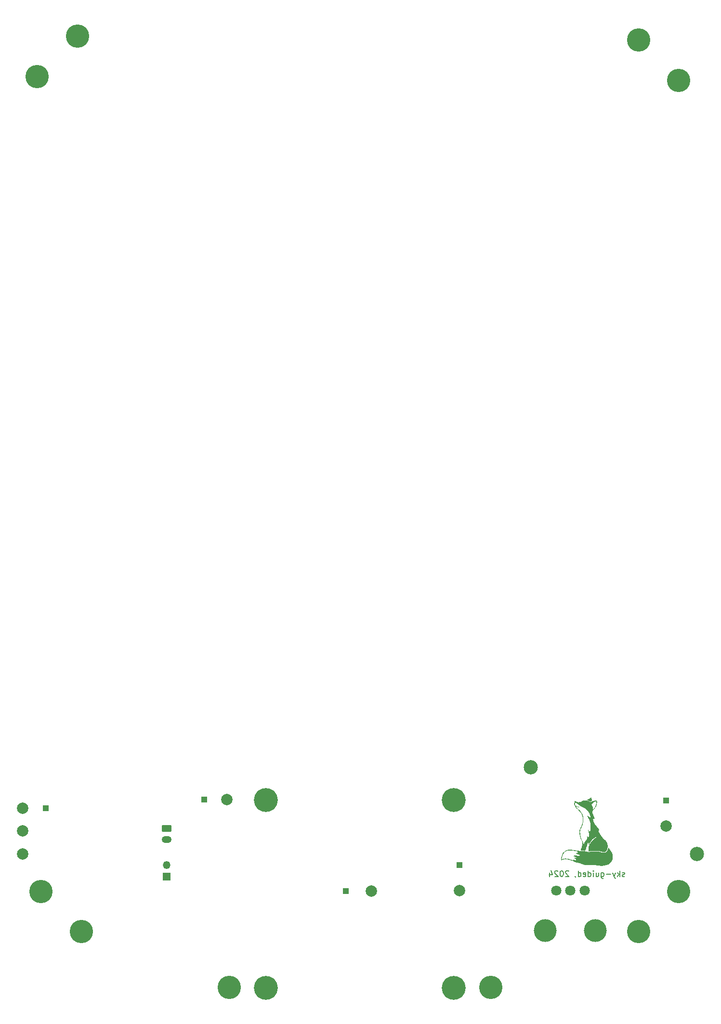
<source format=gbr>
%TF.GenerationSoftware,KiCad,Pcbnew,8.0.7*%
%TF.CreationDate,2025-01-02T06:30:13+11:00*%
%TF.ProjectId,plasma toroid unified,706c6173-6d61-4207-946f-726f69642075,v1.02*%
%TF.SameCoordinates,Original*%
%TF.FileFunction,Soldermask,Bot*%
%TF.FilePolarity,Negative*%
%FSLAX46Y46*%
G04 Gerber Fmt 4.6, Leading zero omitted, Abs format (unit mm)*
G04 Created by KiCad (PCBNEW 8.0.7) date 2025-01-02 06:30:13*
%MOMM*%
%LPD*%
G01*
G04 APERTURE LIST*
G04 Aperture macros list*
%AMRoundRect*
0 Rectangle with rounded corners*
0 $1 Rounding radius*
0 $2 $3 $4 $5 $6 $7 $8 $9 X,Y pos of 4 corners*
0 Add a 4 corners polygon primitive as box body*
4,1,4,$2,$3,$4,$5,$6,$7,$8,$9,$2,$3,0*
0 Add four circle primitives for the rounded corners*
1,1,$1+$1,$2,$3*
1,1,$1+$1,$4,$5*
1,1,$1+$1,$6,$7*
1,1,$1+$1,$8,$9*
0 Add four rect primitives between the rounded corners*
20,1,$1+$1,$2,$3,$4,$5,0*
20,1,$1+$1,$4,$5,$6,$7,0*
20,1,$1+$1,$6,$7,$8,$9,0*
20,1,$1+$1,$8,$9,$2,$3,0*%
G04 Aperture macros list end*
%ADD10C,0.200000*%
%ADD11C,0.000000*%
%ADD12C,0.700000*%
%ADD13C,4.100000*%
%ADD14C,2.000000*%
%ADD15R,1.000000X1.000000*%
%ADD16C,2.500000*%
%ADD17C,4.000000*%
%ADD18C,1.800000*%
%ADD19R,1.350000X1.350000*%
%ADD20O,1.350000X1.350000*%
%ADD21RoundRect,0.250000X-0.625000X0.350000X-0.625000X-0.350000X0.625000X-0.350000X0.625000X0.350000X0*%
%ADD22O,1.750000X1.200000*%
%ADD23C,4.200000*%
G04 APERTURE END LIST*
D10*
X246515838Y-210940254D02*
X246420600Y-210987873D01*
X246420600Y-210987873D02*
X246230124Y-210987873D01*
X246230124Y-210987873D02*
X246134886Y-210940254D01*
X246134886Y-210940254D02*
X246087267Y-210845015D01*
X246087267Y-210845015D02*
X246087267Y-210797396D01*
X246087267Y-210797396D02*
X246134886Y-210702158D01*
X246134886Y-210702158D02*
X246230124Y-210654539D01*
X246230124Y-210654539D02*
X246372981Y-210654539D01*
X246372981Y-210654539D02*
X246468219Y-210606920D01*
X246468219Y-210606920D02*
X246515838Y-210511682D01*
X246515838Y-210511682D02*
X246515838Y-210464063D01*
X246515838Y-210464063D02*
X246468219Y-210368825D01*
X246468219Y-210368825D02*
X246372981Y-210321206D01*
X246372981Y-210321206D02*
X246230124Y-210321206D01*
X246230124Y-210321206D02*
X246134886Y-210368825D01*
X245658695Y-210987873D02*
X245658695Y-209987873D01*
X245563457Y-210606920D02*
X245277743Y-210987873D01*
X245277743Y-210321206D02*
X245658695Y-210702158D01*
X244944409Y-210321206D02*
X244706314Y-210987873D01*
X244468219Y-210321206D02*
X244706314Y-210987873D01*
X244706314Y-210987873D02*
X244801552Y-211225968D01*
X244801552Y-211225968D02*
X244849171Y-211273587D01*
X244849171Y-211273587D02*
X244944409Y-211321206D01*
X244087266Y-210606920D02*
X243325362Y-210606920D01*
X242420600Y-210321206D02*
X242420600Y-211130730D01*
X242420600Y-211130730D02*
X242468219Y-211225968D01*
X242468219Y-211225968D02*
X242515838Y-211273587D01*
X242515838Y-211273587D02*
X242611076Y-211321206D01*
X242611076Y-211321206D02*
X242753933Y-211321206D01*
X242753933Y-211321206D02*
X242849171Y-211273587D01*
X242420600Y-210940254D02*
X242515838Y-210987873D01*
X242515838Y-210987873D02*
X242706314Y-210987873D01*
X242706314Y-210987873D02*
X242801552Y-210940254D01*
X242801552Y-210940254D02*
X242849171Y-210892634D01*
X242849171Y-210892634D02*
X242896790Y-210797396D01*
X242896790Y-210797396D02*
X242896790Y-210511682D01*
X242896790Y-210511682D02*
X242849171Y-210416444D01*
X242849171Y-210416444D02*
X242801552Y-210368825D01*
X242801552Y-210368825D02*
X242706314Y-210321206D01*
X242706314Y-210321206D02*
X242515838Y-210321206D01*
X242515838Y-210321206D02*
X242420600Y-210368825D01*
X241515838Y-210321206D02*
X241515838Y-210987873D01*
X241944409Y-210321206D02*
X241944409Y-210845015D01*
X241944409Y-210845015D02*
X241896790Y-210940254D01*
X241896790Y-210940254D02*
X241801552Y-210987873D01*
X241801552Y-210987873D02*
X241658695Y-210987873D01*
X241658695Y-210987873D02*
X241563457Y-210940254D01*
X241563457Y-210940254D02*
X241515838Y-210892634D01*
X241039647Y-210987873D02*
X241039647Y-210321206D01*
X241039647Y-209987873D02*
X241087266Y-210035492D01*
X241087266Y-210035492D02*
X241039647Y-210083111D01*
X241039647Y-210083111D02*
X240992028Y-210035492D01*
X240992028Y-210035492D02*
X241039647Y-209987873D01*
X241039647Y-209987873D02*
X241039647Y-210083111D01*
X240134886Y-210987873D02*
X240134886Y-209987873D01*
X240134886Y-210940254D02*
X240230124Y-210987873D01*
X240230124Y-210987873D02*
X240420600Y-210987873D01*
X240420600Y-210987873D02*
X240515838Y-210940254D01*
X240515838Y-210940254D02*
X240563457Y-210892634D01*
X240563457Y-210892634D02*
X240611076Y-210797396D01*
X240611076Y-210797396D02*
X240611076Y-210511682D01*
X240611076Y-210511682D02*
X240563457Y-210416444D01*
X240563457Y-210416444D02*
X240515838Y-210368825D01*
X240515838Y-210368825D02*
X240420600Y-210321206D01*
X240420600Y-210321206D02*
X240230124Y-210321206D01*
X240230124Y-210321206D02*
X240134886Y-210368825D01*
X239277743Y-210940254D02*
X239372981Y-210987873D01*
X239372981Y-210987873D02*
X239563457Y-210987873D01*
X239563457Y-210987873D02*
X239658695Y-210940254D01*
X239658695Y-210940254D02*
X239706314Y-210845015D01*
X239706314Y-210845015D02*
X239706314Y-210464063D01*
X239706314Y-210464063D02*
X239658695Y-210368825D01*
X239658695Y-210368825D02*
X239563457Y-210321206D01*
X239563457Y-210321206D02*
X239372981Y-210321206D01*
X239372981Y-210321206D02*
X239277743Y-210368825D01*
X239277743Y-210368825D02*
X239230124Y-210464063D01*
X239230124Y-210464063D02*
X239230124Y-210559301D01*
X239230124Y-210559301D02*
X239706314Y-210654539D01*
X238372981Y-210987873D02*
X238372981Y-209987873D01*
X238372981Y-210940254D02*
X238468219Y-210987873D01*
X238468219Y-210987873D02*
X238658695Y-210987873D01*
X238658695Y-210987873D02*
X238753933Y-210940254D01*
X238753933Y-210940254D02*
X238801552Y-210892634D01*
X238801552Y-210892634D02*
X238849171Y-210797396D01*
X238849171Y-210797396D02*
X238849171Y-210511682D01*
X238849171Y-210511682D02*
X238801552Y-210416444D01*
X238801552Y-210416444D02*
X238753933Y-210368825D01*
X238753933Y-210368825D02*
X238658695Y-210321206D01*
X238658695Y-210321206D02*
X238468219Y-210321206D01*
X238468219Y-210321206D02*
X238372981Y-210368825D01*
X237849171Y-210940254D02*
X237849171Y-210987873D01*
X237849171Y-210987873D02*
X237896790Y-211083111D01*
X237896790Y-211083111D02*
X237944409Y-211130730D01*
X236706314Y-210083111D02*
X236658695Y-210035492D01*
X236658695Y-210035492D02*
X236563457Y-209987873D01*
X236563457Y-209987873D02*
X236325362Y-209987873D01*
X236325362Y-209987873D02*
X236230124Y-210035492D01*
X236230124Y-210035492D02*
X236182505Y-210083111D01*
X236182505Y-210083111D02*
X236134886Y-210178349D01*
X236134886Y-210178349D02*
X236134886Y-210273587D01*
X236134886Y-210273587D02*
X236182505Y-210416444D01*
X236182505Y-210416444D02*
X236753933Y-210987873D01*
X236753933Y-210987873D02*
X236134886Y-210987873D01*
X235515838Y-209987873D02*
X235420600Y-209987873D01*
X235420600Y-209987873D02*
X235325362Y-210035492D01*
X235325362Y-210035492D02*
X235277743Y-210083111D01*
X235277743Y-210083111D02*
X235230124Y-210178349D01*
X235230124Y-210178349D02*
X235182505Y-210368825D01*
X235182505Y-210368825D02*
X235182505Y-210606920D01*
X235182505Y-210606920D02*
X235230124Y-210797396D01*
X235230124Y-210797396D02*
X235277743Y-210892634D01*
X235277743Y-210892634D02*
X235325362Y-210940254D01*
X235325362Y-210940254D02*
X235420600Y-210987873D01*
X235420600Y-210987873D02*
X235515838Y-210987873D01*
X235515838Y-210987873D02*
X235611076Y-210940254D01*
X235611076Y-210940254D02*
X235658695Y-210892634D01*
X235658695Y-210892634D02*
X235706314Y-210797396D01*
X235706314Y-210797396D02*
X235753933Y-210606920D01*
X235753933Y-210606920D02*
X235753933Y-210368825D01*
X235753933Y-210368825D02*
X235706314Y-210178349D01*
X235706314Y-210178349D02*
X235658695Y-210083111D01*
X235658695Y-210083111D02*
X235611076Y-210035492D01*
X235611076Y-210035492D02*
X235515838Y-209987873D01*
X234801552Y-210083111D02*
X234753933Y-210035492D01*
X234753933Y-210035492D02*
X234658695Y-209987873D01*
X234658695Y-209987873D02*
X234420600Y-209987873D01*
X234420600Y-209987873D02*
X234325362Y-210035492D01*
X234325362Y-210035492D02*
X234277743Y-210083111D01*
X234277743Y-210083111D02*
X234230124Y-210178349D01*
X234230124Y-210178349D02*
X234230124Y-210273587D01*
X234230124Y-210273587D02*
X234277743Y-210416444D01*
X234277743Y-210416444D02*
X234849171Y-210987873D01*
X234849171Y-210987873D02*
X234230124Y-210987873D01*
X233372981Y-210321206D02*
X233372981Y-210987873D01*
X233611076Y-209940254D02*
X233849171Y-210654539D01*
X233849171Y-210654539D02*
X233230124Y-210654539D01*
D11*
%TO.C,G\u002A\u002A\u002A*%
G36*
X240641793Y-197120992D02*
G01*
X240653587Y-197130208D01*
X240658519Y-197136682D01*
X240668716Y-197154266D01*
X240680909Y-197179078D01*
X240694471Y-197209574D01*
X240708770Y-197244208D01*
X240723177Y-197281435D01*
X240737063Y-197319709D01*
X240749798Y-197357486D01*
X240760752Y-197393219D01*
X240770467Y-197428899D01*
X240781600Y-197474821D01*
X240791584Y-197521436D01*
X240800037Y-197566668D01*
X240806577Y-197608439D01*
X240810820Y-197644672D01*
X240812383Y-197673290D01*
X240812476Y-197696734D01*
X240765467Y-197713473D01*
X240761233Y-197715006D01*
X240729032Y-197727933D01*
X240692479Y-197744356D01*
X240654355Y-197762883D01*
X240617442Y-197782121D01*
X240584522Y-197800678D01*
X240558374Y-197817162D01*
X240554221Y-197820008D01*
X240539291Y-197830149D01*
X240528528Y-197837323D01*
X240524030Y-197840126D01*
X240523502Y-197839930D01*
X240516655Y-197836167D01*
X240503221Y-197828346D01*
X240484813Y-197817415D01*
X240463045Y-197804320D01*
X240423822Y-197781390D01*
X240316931Y-197726142D01*
X240202470Y-197676809D01*
X240081133Y-197633672D01*
X239953612Y-197597015D01*
X239941003Y-197593729D01*
X239916592Y-197586984D01*
X239896711Y-197580969D01*
X239883144Y-197576242D01*
X239877672Y-197573357D01*
X239879520Y-197568687D01*
X239888299Y-197558923D01*
X239902874Y-197545528D01*
X239921875Y-197529642D01*
X239943931Y-197512406D01*
X239967672Y-197494961D01*
X239991728Y-197478447D01*
X239994591Y-197476607D01*
X240011429Y-197466632D01*
X240035798Y-197453064D01*
X240066410Y-197436580D01*
X240101975Y-197417862D01*
X240141205Y-197397590D01*
X240182810Y-197376443D01*
X240225501Y-197355103D01*
X240258811Y-197338515D01*
X240317674Y-197308672D01*
X240368818Y-197281891D01*
X240413315Y-197257539D01*
X240452237Y-197234985D01*
X240486657Y-197213598D01*
X240517645Y-197192746D01*
X240546276Y-197171799D01*
X240573620Y-197150125D01*
X240593093Y-197135064D01*
X240612851Y-197123095D01*
X240628649Y-197118514D01*
X240641793Y-197120992D01*
G37*
G36*
X244438823Y-207248895D02*
G01*
X244452288Y-207338741D01*
X244452428Y-207339805D01*
X244454587Y-207362870D01*
X244456333Y-207394684D01*
X244457620Y-207433917D01*
X244458404Y-207479238D01*
X244458642Y-207529318D01*
X244458611Y-207547188D01*
X244458370Y-207589045D01*
X244457815Y-207623396D01*
X244456841Y-207652180D01*
X244455344Y-207677334D01*
X244453218Y-207700795D01*
X244450358Y-207724500D01*
X244446660Y-207750386D01*
X244445189Y-207759983D01*
X244421084Y-207883588D01*
X244388160Y-208002358D01*
X244346495Y-208116138D01*
X244296167Y-208224777D01*
X244237254Y-208328121D01*
X244169834Y-208426018D01*
X244093986Y-208518315D01*
X244009787Y-208604859D01*
X243949535Y-208658992D01*
X243849945Y-208737305D01*
X243743161Y-208808547D01*
X243629283Y-208872678D01*
X243508412Y-208929661D01*
X243380651Y-208979459D01*
X243246099Y-209022033D01*
X243104858Y-209057344D01*
X242957028Y-209085356D01*
X242802711Y-209106031D01*
X242642008Y-209119329D01*
X242630510Y-209119708D01*
X242609608Y-209120006D01*
X242581234Y-209120187D01*
X242546784Y-209120250D01*
X242507655Y-209120191D01*
X242465241Y-209120008D01*
X242420939Y-209119699D01*
X242373936Y-209119158D01*
X242290909Y-209117306D01*
X242213122Y-209114201D01*
X242138421Y-209109652D01*
X242064655Y-209103467D01*
X241989670Y-209095452D01*
X241911316Y-209085417D01*
X241827440Y-209073168D01*
X241735889Y-209058513D01*
X241617919Y-209039679D01*
X241504648Y-209023208D01*
X241396282Y-209009294D01*
X241290397Y-208997697D01*
X241184570Y-208988175D01*
X241076379Y-208980488D01*
X240963399Y-208974393D01*
X240843208Y-208969649D01*
X240792401Y-208968282D01*
X240698899Y-208967179D01*
X240600499Y-208967607D01*
X240500198Y-208969502D01*
X240400996Y-208972798D01*
X240305890Y-208977429D01*
X240217878Y-208983330D01*
X240174643Y-208986326D01*
X240120065Y-208989260D01*
X240062630Y-208991575D01*
X240004194Y-208993239D01*
X239946612Y-208994224D01*
X239891738Y-208994499D01*
X239841429Y-208994032D01*
X239797539Y-208992796D01*
X239761924Y-208990758D01*
X239701116Y-208985085D01*
X239552793Y-208964117D01*
X239405734Y-208933237D01*
X239260437Y-208892611D01*
X239117400Y-208842407D01*
X238977121Y-208782793D01*
X238840097Y-208713937D01*
X238706828Y-208636005D01*
X238661945Y-208607817D01*
X238498465Y-208607070D01*
X238448453Y-208606719D01*
X238403985Y-208606020D01*
X238366112Y-208604823D01*
X238333003Y-208602963D01*
X238302831Y-208600276D01*
X238273764Y-208596596D01*
X238243973Y-208591758D01*
X238211629Y-208585600D01*
X238174901Y-208577955D01*
X238128960Y-208566631D01*
X238072365Y-208549551D01*
X238012689Y-208528702D01*
X237952755Y-208505078D01*
X237895389Y-208479670D01*
X237839111Y-208453415D01*
X237689034Y-208385836D01*
X237540554Y-208322476D01*
X237394305Y-208263547D01*
X237250925Y-208209260D01*
X237111047Y-208159826D01*
X236975309Y-208115456D01*
X236844344Y-208076362D01*
X236718790Y-208042752D01*
X236599281Y-208014840D01*
X236486454Y-207992836D01*
X236380943Y-207976951D01*
X236281219Y-207966301D01*
X236164730Y-207959233D01*
X236054756Y-207958981D01*
X235950622Y-207965672D01*
X235851651Y-207979431D01*
X235757165Y-208000387D01*
X235666489Y-208028665D01*
X235578945Y-208064392D01*
X235493858Y-208107696D01*
X235410550Y-208158702D01*
X235390336Y-208172010D01*
X235368819Y-208185879D01*
X235351536Y-208196681D01*
X235339887Y-208203547D01*
X235335268Y-208205605D01*
X235334941Y-208202583D01*
X235335379Y-208190588D01*
X235336763Y-208170747D01*
X235338967Y-208144380D01*
X235341864Y-208112810D01*
X235345328Y-208077358D01*
X235349231Y-208039347D01*
X235353449Y-208000099D01*
X235356756Y-207970691D01*
X235476949Y-207970691D01*
X235477359Y-207976707D01*
X235482715Y-207976263D01*
X235494545Y-207972014D01*
X235510131Y-207964847D01*
X235561462Y-207941370D01*
X235635672Y-207913623D01*
X235716732Y-207889490D01*
X235802985Y-207869453D01*
X235892774Y-207853992D01*
X235916848Y-207851183D01*
X235953736Y-207848252D01*
X235996880Y-207845905D01*
X236044139Y-207844186D01*
X236093371Y-207843137D01*
X236142436Y-207842801D01*
X236189194Y-207843221D01*
X236231502Y-207844439D01*
X236267222Y-207846499D01*
X236329901Y-207852277D01*
X236464185Y-207869937D01*
X236604514Y-207895227D01*
X236750540Y-207928058D01*
X236901914Y-207968340D01*
X237058289Y-208015984D01*
X237219315Y-208070900D01*
X237384645Y-208133001D01*
X237393091Y-208136315D01*
X237420767Y-208147193D01*
X237446757Y-208157430D01*
X237468468Y-208166003D01*
X237483307Y-208171891D01*
X237489460Y-208174376D01*
X237499572Y-208178360D01*
X237504921Y-208179538D01*
X237505203Y-208176871D01*
X237500114Y-208169324D01*
X237489349Y-208155861D01*
X237472605Y-208135445D01*
X237472087Y-208134811D01*
X237458238Y-208117323D01*
X237442763Y-208096945D01*
X237426772Y-208075246D01*
X237411376Y-208053795D01*
X237397688Y-208034160D01*
X237386816Y-208017911D01*
X237379874Y-208006616D01*
X237377972Y-208001843D01*
X237379734Y-208001892D01*
X237389464Y-208004343D01*
X237406147Y-208009420D01*
X237428081Y-208016595D01*
X237453564Y-208025340D01*
X237494321Y-208038997D01*
X237551055Y-208056237D01*
X237607792Y-208071645D01*
X237661461Y-208084401D01*
X237708990Y-208093682D01*
X237723785Y-208095994D01*
X237787012Y-208102693D01*
X237853219Y-208105156D01*
X237919326Y-208103441D01*
X237982254Y-208097603D01*
X238038922Y-208087698D01*
X238044222Y-208086485D01*
X238059891Y-208082502D01*
X238067830Y-208079116D01*
X238069832Y-208075202D01*
X238067686Y-208069635D01*
X238066648Y-208067916D01*
X238058100Y-208057103D01*
X238043690Y-208041244D01*
X238024821Y-208021701D01*
X238002895Y-207999837D01*
X237979316Y-207977013D01*
X237955485Y-207954592D01*
X237932805Y-207933936D01*
X237912679Y-207916407D01*
X237896509Y-207903369D01*
X237889175Y-207897916D01*
X237863626Y-207879660D01*
X237836533Y-207861163D01*
X237812655Y-207845698D01*
X237794573Y-207835029D01*
X237767738Y-207820326D01*
X237737358Y-207804535D01*
X237705906Y-207788884D01*
X237675855Y-207774598D01*
X237649679Y-207762905D01*
X237629853Y-207755032D01*
X237625859Y-207753542D01*
X237615109Y-207748390D01*
X237610795Y-207744356D01*
X237614069Y-207740536D01*
X237624793Y-207733715D01*
X237640764Y-207725397D01*
X237659685Y-207716692D01*
X237679259Y-207708711D01*
X237697190Y-207702567D01*
X237719844Y-207696784D01*
X237769973Y-207689113D01*
X237825067Y-207686575D01*
X237882491Y-207689356D01*
X237909917Y-207692441D01*
X237957702Y-207699549D01*
X238006790Y-207708672D01*
X238053359Y-207719074D01*
X238093588Y-207730018D01*
X238110777Y-207735017D01*
X238125359Y-207738744D01*
X238133477Y-207740183D01*
X238134020Y-207740122D01*
X238133960Y-207736050D01*
X238127649Y-207726456D01*
X238116171Y-207712532D01*
X238100607Y-207695472D01*
X238082041Y-207676468D01*
X238061553Y-207656713D01*
X238040227Y-207637401D01*
X238006390Y-207609308D01*
X237929756Y-207554997D01*
X237846700Y-207507659D01*
X237758338Y-207467828D01*
X237665780Y-207436034D01*
X237570139Y-207412810D01*
X237542841Y-207407595D01*
X237523773Y-207403733D01*
X237512737Y-207400573D01*
X237508785Y-207397317D01*
X237510970Y-207393167D01*
X237518345Y-207387326D01*
X237529962Y-207378996D01*
X237534151Y-207375998D01*
X237562897Y-207357920D01*
X237597253Y-207339485D01*
X237633794Y-207322321D01*
X237669095Y-207308054D01*
X237699731Y-207298313D01*
X237745021Y-207288494D01*
X237817786Y-207279684D01*
X237893882Y-207278806D01*
X237974013Y-207285901D01*
X238058885Y-207301008D01*
X238149200Y-207324168D01*
X238213916Y-207341818D01*
X238275600Y-207355689D01*
X238330518Y-207364516D01*
X238379664Y-207368418D01*
X238424030Y-207367512D01*
X238464610Y-207361919D01*
X238482275Y-207357814D01*
X238528395Y-207341506D01*
X238568525Y-207318685D01*
X238601240Y-207290098D01*
X238609475Y-207280642D01*
X238622759Y-207263771D01*
X238634925Y-207246623D01*
X238644638Y-207231230D01*
X238650564Y-207219623D01*
X238651366Y-207213833D01*
X238649492Y-207213018D01*
X238639423Y-207209775D01*
X238622230Y-207204687D01*
X238599650Y-207198262D01*
X238573417Y-207191010D01*
X238558584Y-207186916D01*
X238487004Y-207165902D01*
X238415293Y-207142892D01*
X238345142Y-207118516D01*
X238278238Y-207093402D01*
X238216273Y-207068180D01*
X238160936Y-207043478D01*
X238113917Y-207019927D01*
X238111988Y-207018886D01*
X238085956Y-207004358D01*
X238060044Y-206989112D01*
X238035710Y-206974095D01*
X238014413Y-206960253D01*
X237997612Y-206948532D01*
X237986765Y-206939877D01*
X237983332Y-206935236D01*
X237983423Y-206934995D01*
X237989767Y-206928907D01*
X238003767Y-206920175D01*
X238023647Y-206909650D01*
X238047634Y-206898181D01*
X238073953Y-206886619D01*
X238100830Y-206875815D01*
X238126490Y-206866620D01*
X238173696Y-206851974D01*
X238229352Y-206837576D01*
X238286696Y-206826084D01*
X238348527Y-206816950D01*
X238417646Y-206809626D01*
X238485060Y-206803587D01*
X238469470Y-206794106D01*
X238455972Y-206786337D01*
X238430052Y-206772661D01*
X238400017Y-206757820D01*
X238369064Y-206743339D01*
X238340391Y-206730742D01*
X238317198Y-206721552D01*
X238292552Y-206713304D01*
X238253979Y-206702192D01*
X238214043Y-206692411D01*
X238176327Y-206684818D01*
X238144415Y-206680270D01*
X238142662Y-206680092D01*
X238126033Y-206677803D01*
X238114877Y-206675179D01*
X238111525Y-206672753D01*
X238113320Y-206671478D01*
X238123378Y-206667059D01*
X238140759Y-206660540D01*
X238163860Y-206652453D01*
X238191081Y-206643331D01*
X238220821Y-206633704D01*
X238251477Y-206624105D01*
X238281450Y-206615065D01*
X238309138Y-206607117D01*
X238329184Y-206601479D01*
X238347907Y-206596058D01*
X238360864Y-206592126D01*
X238366035Y-206590278D01*
X238362450Y-206589339D01*
X238350289Y-206587314D01*
X238331040Y-206584469D01*
X238306267Y-206581034D01*
X238277536Y-206577242D01*
X238264693Y-206575535D01*
X238236985Y-206571694D01*
X238201295Y-206566610D01*
X238158887Y-206560471D01*
X238111025Y-206553460D01*
X238058972Y-206545763D01*
X238003992Y-206537567D01*
X237947349Y-206529056D01*
X237890307Y-206520416D01*
X237803403Y-206507260D01*
X237709627Y-206493250D01*
X237624363Y-206480759D01*
X237546795Y-206469694D01*
X237476106Y-206459962D01*
X237411480Y-206451471D01*
X237352100Y-206444128D01*
X237297149Y-206437839D01*
X237245811Y-206432513D01*
X237197269Y-206428055D01*
X237150706Y-206424374D01*
X237105307Y-206421377D01*
X237060253Y-206418970D01*
X237014729Y-206417061D01*
X236967918Y-206415557D01*
X236923411Y-206414743D01*
X236811990Y-206416509D01*
X236703851Y-206423654D01*
X236600149Y-206436018D01*
X236502043Y-206453445D01*
X236410691Y-206475777D01*
X236327251Y-206502856D01*
X236253676Y-206533247D01*
X236162246Y-206580210D01*
X236076445Y-206635087D01*
X235997011Y-206697393D01*
X235924684Y-206766644D01*
X235896110Y-206798084D01*
X235833288Y-206876522D01*
X235775349Y-206962699D01*
X235722195Y-207056833D01*
X235673729Y-207159139D01*
X235629853Y-207269835D01*
X235590470Y-207389136D01*
X235555482Y-207517261D01*
X235524791Y-207654424D01*
X235523020Y-207663358D01*
X235517357Y-207693605D01*
X235511386Y-207727641D01*
X235505312Y-207764087D01*
X235499337Y-207801561D01*
X235493664Y-207838683D01*
X235488497Y-207874073D01*
X235484039Y-207906349D01*
X235480492Y-207934131D01*
X235478062Y-207956038D01*
X235476949Y-207970691D01*
X235356756Y-207970691D01*
X235357853Y-207960934D01*
X235362317Y-207923175D01*
X235374163Y-207833488D01*
X235399635Y-207677549D01*
X235430258Y-207530318D01*
X235466055Y-207391746D01*
X235507050Y-207261784D01*
X235553265Y-207140384D01*
X235604724Y-207027497D01*
X235661449Y-206923075D01*
X235723463Y-206827070D01*
X235790790Y-206739431D01*
X235863453Y-206660112D01*
X235941474Y-206589063D01*
X236024877Y-206526235D01*
X236091014Y-206484326D01*
X236179642Y-206437304D01*
X236273619Y-206397261D01*
X236373314Y-206364109D01*
X236479095Y-206337759D01*
X236591332Y-206318121D01*
X236710392Y-206305108D01*
X236836645Y-206298630D01*
X236970459Y-206298599D01*
X236992488Y-206299147D01*
X237041164Y-206300700D01*
X237088864Y-206302760D01*
X237136433Y-206305424D01*
X237184716Y-206308785D01*
X237234559Y-206312937D01*
X237286808Y-206317975D01*
X237342307Y-206323994D01*
X237401902Y-206331086D01*
X237466440Y-206339347D01*
X237536764Y-206348871D01*
X237613722Y-206359753D01*
X237698158Y-206372085D01*
X237790919Y-206385964D01*
X237892848Y-206401483D01*
X237978119Y-206414510D01*
X238074357Y-206429067D01*
X238161950Y-206442113D01*
X238241657Y-206453733D01*
X238314241Y-206464009D01*
X238380463Y-206473025D01*
X238441084Y-206480866D01*
X238496865Y-206487614D01*
X238548567Y-206493354D01*
X238596953Y-206498170D01*
X238642782Y-206502145D01*
X238686817Y-206505363D01*
X238729818Y-206507907D01*
X238772547Y-206509862D01*
X238815765Y-206511311D01*
X238860234Y-206512338D01*
X238906714Y-206513027D01*
X238909087Y-206513054D01*
X238952599Y-206513641D01*
X238996879Y-206514381D01*
X239039739Y-206515227D01*
X239078995Y-206516132D01*
X239112459Y-206517050D01*
X239137946Y-206517936D01*
X239216879Y-206522135D01*
X239358997Y-206534369D01*
X239505264Y-206552859D01*
X239656353Y-206577722D01*
X239812939Y-206609074D01*
X239975697Y-206647030D01*
X240145301Y-206691708D01*
X240150782Y-206693208D01*
X240164231Y-206696403D01*
X240176168Y-206697839D01*
X240189471Y-206697508D01*
X240207020Y-206695405D01*
X240231696Y-206691525D01*
X240369440Y-206670228D01*
X240537876Y-206647807D01*
X240699664Y-206630553D01*
X240855932Y-206618382D01*
X241007807Y-206611209D01*
X241156418Y-206608952D01*
X241302892Y-206611524D01*
X241341237Y-206612810D01*
X241389407Y-206614385D01*
X241438295Y-206615945D01*
X241485182Y-206617405D01*
X241527348Y-206618678D01*
X241562076Y-206619680D01*
X241685385Y-206624570D01*
X241855730Y-206636591D01*
X242021340Y-206654850D01*
X242184399Y-206679695D01*
X242347093Y-206711473D01*
X242511606Y-206750530D01*
X242680123Y-206797214D01*
X242712405Y-206805933D01*
X242791661Y-206820376D01*
X242870021Y-206824857D01*
X242947117Y-206819516D01*
X243022578Y-206804491D01*
X243096034Y-206779922D01*
X243167115Y-206745948D01*
X243235453Y-206702708D01*
X243300676Y-206650341D01*
X243362414Y-206588987D01*
X243420299Y-206518784D01*
X243433694Y-206500334D01*
X243477172Y-206432380D01*
X243517153Y-206357549D01*
X243552831Y-206277955D01*
X243583396Y-206195710D01*
X243608039Y-206112927D01*
X243625953Y-206031718D01*
X243636329Y-205954198D01*
X243636833Y-205948568D01*
X243639288Y-205929530D01*
X243642320Y-205919311D01*
X243646220Y-205916817D01*
X243649860Y-205918719D01*
X243660793Y-205927029D01*
X243677076Y-205940923D01*
X243697627Y-205959372D01*
X243721361Y-205981345D01*
X243747195Y-206005813D01*
X243774046Y-206031745D01*
X243800831Y-206058111D01*
X243826465Y-206083881D01*
X243849864Y-206108025D01*
X243869947Y-206129512D01*
X243948719Y-206219640D01*
X244043273Y-206339516D01*
X244128124Y-206461645D01*
X244203449Y-206586327D01*
X244269428Y-206713860D01*
X244326239Y-206844545D01*
X244374058Y-206978683D01*
X244384472Y-207012338D01*
X244405512Y-207088440D01*
X244423430Y-207166377D01*
X244432282Y-207213833D01*
X244438823Y-207248895D01*
G37*
G36*
X241673174Y-197808231D02*
G01*
X241675129Y-197846324D01*
X241676358Y-197890114D01*
X241676859Y-197936961D01*
X241676632Y-197984227D01*
X241675675Y-198029273D01*
X241673987Y-198069459D01*
X241671567Y-198102147D01*
X241667178Y-198141414D01*
X241646585Y-198266154D01*
X241616116Y-198388524D01*
X241575786Y-198508487D01*
X241525611Y-198626008D01*
X241465606Y-198741049D01*
X241395786Y-198853574D01*
X241316166Y-198963547D01*
X241312601Y-198968121D01*
X241292943Y-198992936D01*
X241273652Y-199016440D01*
X241253638Y-199039836D01*
X241231812Y-199064327D01*
X241207085Y-199091118D01*
X241178367Y-199121412D01*
X241144568Y-199156413D01*
X241104601Y-199197325D01*
X241066124Y-199237103D01*
X241029111Y-199277004D01*
X240998273Y-199312612D01*
X240972781Y-199345149D01*
X240951808Y-199375838D01*
X240934524Y-199405902D01*
X240920103Y-199436564D01*
X240907716Y-199469046D01*
X240896535Y-199504571D01*
X240885316Y-199552098D01*
X240877203Y-199621129D01*
X240877567Y-199694670D01*
X240886427Y-199772967D01*
X240903802Y-199856266D01*
X240929710Y-199944813D01*
X240937825Y-199968957D01*
X240946055Y-199992466D01*
X240954772Y-200016195D01*
X240964437Y-200041275D01*
X240975513Y-200068835D01*
X240988463Y-200100006D01*
X241003749Y-200135918D01*
X241021833Y-200177702D01*
X241043178Y-200226487D01*
X241068247Y-200283405D01*
X241081670Y-200313900D01*
X241111758Y-200383043D01*
X241137917Y-200444533D01*
X241160529Y-200499421D01*
X241179978Y-200548757D01*
X241196645Y-200593592D01*
X241210914Y-200634975D01*
X241223168Y-200673959D01*
X241233787Y-200711592D01*
X241243156Y-200748925D01*
X241251657Y-200787010D01*
X241255385Y-200804442D01*
X241260820Y-200830258D01*
X241263572Y-200847752D01*
X241262945Y-200858043D01*
X241258239Y-200862249D01*
X241248759Y-200861490D01*
X241233808Y-200856886D01*
X241212686Y-200849555D01*
X241196552Y-200844407D01*
X241153238Y-200834241D01*
X241114044Y-200830525D01*
X241080171Y-200833311D01*
X241052821Y-200842649D01*
X241030873Y-200859888D01*
X241013952Y-200885286D01*
X241002594Y-200917876D01*
X240997089Y-200956820D01*
X240997729Y-201001282D01*
X240998732Y-201012224D01*
X241006886Y-201068709D01*
X241020286Y-201131742D01*
X241038425Y-201199869D01*
X241060797Y-201271638D01*
X241086894Y-201345597D01*
X241116211Y-201420293D01*
X241148242Y-201494274D01*
X241182480Y-201566087D01*
X241218418Y-201634280D01*
X241232044Y-201658507D01*
X241261366Y-201708601D01*
X241291866Y-201757781D01*
X241324213Y-201806946D01*
X241359075Y-201856995D01*
X241397122Y-201908828D01*
X241439021Y-201963343D01*
X241485441Y-202021441D01*
X241537051Y-202084019D01*
X241594519Y-202151978D01*
X241658514Y-202226216D01*
X241688325Y-202260639D01*
X241745922Y-202327911D01*
X241797319Y-202389172D01*
X241843133Y-202445271D01*
X241883981Y-202497057D01*
X241920478Y-202545379D01*
X241953241Y-202591086D01*
X241982887Y-202635025D01*
X242010032Y-202678046D01*
X242035292Y-202720997D01*
X242059284Y-202764728D01*
X242082625Y-202810086D01*
X242089134Y-202823071D01*
X242103321Y-202851373D01*
X242113217Y-202872026D01*
X242118814Y-202886168D01*
X242120105Y-202894934D01*
X242117084Y-202899464D01*
X242109743Y-202900894D01*
X242098076Y-202900362D01*
X242082074Y-202899005D01*
X242048824Y-202898028D01*
X242010729Y-202902112D01*
X241980431Y-202912282D01*
X241958084Y-202928418D01*
X241943838Y-202950398D01*
X241937847Y-202978103D01*
X241940261Y-203011412D01*
X241940572Y-203013052D01*
X241949270Y-203045859D01*
X241963303Y-203083985D01*
X241981672Y-203124979D01*
X242003380Y-203166393D01*
X242009748Y-203177163D01*
X242021703Y-203196605D01*
X242038114Y-203222834D01*
X242058392Y-203254936D01*
X242081948Y-203291996D01*
X242108194Y-203333101D01*
X242136541Y-203377335D01*
X242166400Y-203423785D01*
X242197183Y-203471535D01*
X242228300Y-203519672D01*
X242259163Y-203567281D01*
X242289183Y-203613448D01*
X242317771Y-203657258D01*
X242344339Y-203697796D01*
X242368298Y-203734149D01*
X242389059Y-203765402D01*
X242402599Y-203785606D01*
X242475838Y-203892261D01*
X242546994Y-203991060D01*
X242586554Y-204043043D01*
X242617287Y-204083428D01*
X242687937Y-204170788D01*
X242760164Y-204254562D01*
X242835186Y-204336173D01*
X242914225Y-204417045D01*
X242998498Y-204498599D01*
X243089227Y-204582259D01*
X243127314Y-204617201D01*
X243176845Y-204664911D01*
X243220048Y-204709810D01*
X243258266Y-204753456D01*
X243292843Y-204797410D01*
X243325123Y-204843232D01*
X243356451Y-204892483D01*
X243376024Y-204925790D01*
X243425219Y-205021513D01*
X243467019Y-205122520D01*
X243501636Y-205229435D01*
X243529280Y-205342878D01*
X243550163Y-205463471D01*
X243552003Y-205478344D01*
X243555177Y-205515566D01*
X243557501Y-205559756D01*
X243558976Y-205608785D01*
X243559603Y-205660521D01*
X243559383Y-205712836D01*
X243558316Y-205763600D01*
X243556403Y-205810681D01*
X243553644Y-205851951D01*
X243550040Y-205885280D01*
X243532675Y-205988453D01*
X243506807Y-206099646D01*
X243474571Y-206203640D01*
X243436052Y-206300227D01*
X243391336Y-206389196D01*
X243340507Y-206470339D01*
X243283650Y-206543446D01*
X243278450Y-206549374D01*
X243225604Y-206602277D01*
X243168627Y-206646321D01*
X243106557Y-206682259D01*
X243093629Y-206688567D01*
X243067198Y-206700490D01*
X243043881Y-206709047D01*
X243019740Y-206715572D01*
X242990837Y-206721395D01*
X242966321Y-206725245D01*
X242929767Y-206728290D01*
X242893163Y-206727570D01*
X242854251Y-206722885D01*
X242810775Y-206714031D01*
X242760478Y-206700807D01*
X242619319Y-206663447D01*
X242454214Y-206626334D01*
X242282852Y-206594619D01*
X242104580Y-206568196D01*
X241918747Y-206546959D01*
X241724701Y-206530799D01*
X241657934Y-206526588D01*
X241466778Y-206518500D01*
X241270205Y-206515735D01*
X241070551Y-206518215D01*
X240870153Y-206525862D01*
X240671348Y-206538597D01*
X240476473Y-206556341D01*
X240287865Y-206579017D01*
X240259089Y-206582911D01*
X240232929Y-206586411D01*
X240211916Y-206589181D01*
X240197692Y-206591004D01*
X240191898Y-206591663D01*
X240191675Y-206591577D01*
X240189683Y-206585781D01*
X240187463Y-206572696D01*
X240185455Y-206554838D01*
X240184447Y-206543672D01*
X240182177Y-206518448D01*
X240179609Y-206489824D01*
X240177128Y-206462091D01*
X240174909Y-206428811D01*
X240173348Y-206387566D01*
X240172433Y-206340566D01*
X240172149Y-206290007D01*
X240172483Y-206238081D01*
X240173420Y-206186985D01*
X240174946Y-206138911D01*
X240177048Y-206096055D01*
X240179710Y-206060610D01*
X240182550Y-206032505D01*
X240203320Y-205885450D01*
X240233744Y-205741468D01*
X240273853Y-205600469D01*
X240323677Y-205462365D01*
X240383249Y-205327067D01*
X240452600Y-205194485D01*
X240531762Y-205064532D01*
X240581992Y-204990693D01*
X240674786Y-204867585D01*
X240777326Y-204746826D01*
X240889491Y-204628539D01*
X241011165Y-204512846D01*
X241142229Y-204399869D01*
X241282564Y-204289729D01*
X241305917Y-204272416D01*
X241346360Y-204243124D01*
X241390420Y-204211894D01*
X241436143Y-204180071D01*
X241481574Y-204148998D01*
X241524760Y-204120022D01*
X241563746Y-204094485D01*
X241596577Y-204073731D01*
X241605859Y-204067925D01*
X241620989Y-204057964D01*
X241631008Y-204050670D01*
X241634107Y-204047314D01*
X241629347Y-204047979D01*
X241616869Y-204051533D01*
X241598676Y-204057426D01*
X241576736Y-204065047D01*
X241464657Y-204108542D01*
X241331712Y-204169693D01*
X241204301Y-204239297D01*
X241082138Y-204317513D01*
X240964937Y-204404500D01*
X240939893Y-204425276D01*
X240905330Y-204455786D01*
X240867076Y-204491118D01*
X240826721Y-204529702D01*
X240785855Y-204569965D01*
X240746069Y-204610339D01*
X240708954Y-204649252D01*
X240676099Y-204685133D01*
X240649095Y-204716413D01*
X240593590Y-204785565D01*
X240515989Y-204889995D01*
X240441797Y-204999609D01*
X240370222Y-205115651D01*
X240300472Y-205239364D01*
X240231753Y-205371995D01*
X240190000Y-205455848D01*
X240185725Y-205371995D01*
X240185279Y-205363250D01*
X240180246Y-205264765D01*
X240175680Y-205175940D01*
X240171551Y-205096323D01*
X240167831Y-205025459D01*
X240164490Y-204962895D01*
X240161498Y-204908178D01*
X240158827Y-204860855D01*
X240156447Y-204820472D01*
X240154329Y-204786576D01*
X240152444Y-204758714D01*
X240150762Y-204736432D01*
X240149254Y-204719277D01*
X240147890Y-204706795D01*
X240146642Y-204698534D01*
X240145481Y-204694040D01*
X240144376Y-204692859D01*
X240143298Y-204694539D01*
X240142219Y-204698625D01*
X240139335Y-204712242D01*
X240134655Y-204734343D01*
X240128781Y-204762093D01*
X240122183Y-204793277D01*
X240115328Y-204825676D01*
X240110226Y-204849523D01*
X240080105Y-204981456D01*
X240045183Y-205121180D01*
X240005718Y-205267858D01*
X239961969Y-205420651D01*
X239914195Y-205578721D01*
X239862653Y-205741231D01*
X239807603Y-205907341D01*
X239749303Y-206076213D01*
X239688012Y-206247010D01*
X239623988Y-206418894D01*
X239618696Y-206433046D01*
X239609386Y-206458164D01*
X239601717Y-206476212D01*
X239594011Y-206488036D01*
X239584592Y-206494486D01*
X239571781Y-206496410D01*
X239553902Y-206494655D01*
X239529278Y-206490071D01*
X239496229Y-206483506D01*
X239467042Y-206478129D01*
X239392393Y-206466269D01*
X239317499Y-206456853D01*
X239247210Y-206450522D01*
X239193848Y-206446845D01*
X239192211Y-206416353D01*
X239192098Y-206413947D01*
X239192060Y-206389410D01*
X239193458Y-206356051D01*
X239196169Y-206314954D01*
X239200071Y-206267201D01*
X239205041Y-206213877D01*
X239210957Y-206156064D01*
X239217696Y-206094845D01*
X239225135Y-206031305D01*
X239233151Y-205966527D01*
X239241623Y-205901593D01*
X239250427Y-205837587D01*
X239259441Y-205775594D01*
X239268542Y-205716695D01*
X239277607Y-205661974D01*
X239281202Y-205640102D01*
X239284026Y-205620760D01*
X239285579Y-205607307D01*
X239285591Y-205601799D01*
X239284925Y-205602091D01*
X239281603Y-205608959D01*
X239276357Y-205623237D01*
X239269730Y-205643211D01*
X239262260Y-205667164D01*
X239254490Y-205693384D01*
X239246959Y-205720154D01*
X239240208Y-205745760D01*
X239234827Y-205767787D01*
X239223511Y-205818215D01*
X239211084Y-205878600D01*
X239197561Y-205948849D01*
X239182963Y-206028866D01*
X239167306Y-206118558D01*
X239150608Y-206217830D01*
X239145607Y-206247971D01*
X239138263Y-206291902D01*
X239131489Y-206332036D01*
X239125463Y-206367334D01*
X239120366Y-206396758D01*
X239116375Y-206419268D01*
X239113670Y-206433826D01*
X239112430Y-206439392D01*
X239110191Y-206440176D01*
X239099383Y-206441656D01*
X239081257Y-206443240D01*
X239057583Y-206444782D01*
X239030133Y-206446136D01*
X239023723Y-206446416D01*
X238988583Y-206448200D01*
X238951463Y-206450429D01*
X238916410Y-206452847D01*
X238887470Y-206455197D01*
X238885893Y-206455339D01*
X238861952Y-206457246D01*
X238841985Y-206458383D01*
X238828037Y-206458663D01*
X238822154Y-206457997D01*
X238821657Y-206456783D01*
X238821495Y-206447035D01*
X238823076Y-206428932D01*
X238826240Y-206403670D01*
X238830828Y-206372449D01*
X238836680Y-206336468D01*
X238843636Y-206296925D01*
X238851086Y-206257898D01*
X238863861Y-206197887D01*
X238878845Y-206135059D01*
X238896387Y-206068103D01*
X238916834Y-205995711D01*
X238940534Y-205916572D01*
X238967835Y-205829378D01*
X238972722Y-205814018D01*
X239001596Y-205721815D01*
X239026949Y-205637936D01*
X239048983Y-205561410D01*
X239067899Y-205491268D01*
X239083899Y-205426541D01*
X239097185Y-205366258D01*
X239107958Y-205309451D01*
X239116419Y-205255149D01*
X239122770Y-205202384D01*
X239127213Y-205150185D01*
X239129949Y-205097583D01*
X239131180Y-205043609D01*
X239131992Y-204961703D01*
X239100350Y-204917872D01*
X239098198Y-204914880D01*
X239056270Y-204852530D01*
X239013502Y-204781602D01*
X238970573Y-204703489D01*
X238928162Y-204619586D01*
X238886946Y-204531287D01*
X238847604Y-204439985D01*
X238810814Y-204347074D01*
X238777255Y-204253948D01*
X238767248Y-204224226D01*
X238718834Y-204065455D01*
X238677740Y-203903781D01*
X238644262Y-203740802D01*
X238618696Y-203578113D01*
X238601340Y-203417312D01*
X238592490Y-203259995D01*
X238590957Y-203162589D01*
X238592595Y-203064599D01*
X238597844Y-202974426D01*
X238606863Y-202891132D01*
X238619812Y-202813779D01*
X238636850Y-202741431D01*
X238658137Y-202673151D01*
X238683832Y-202608001D01*
X238714094Y-202545044D01*
X238735194Y-202504561D01*
X238793644Y-202389450D01*
X238846403Y-202280644D01*
X238893975Y-202176937D01*
X238936869Y-202077119D01*
X238975591Y-201979985D01*
X239010647Y-201884325D01*
X239042545Y-201788934D01*
X239071790Y-201692603D01*
X239072004Y-201691865D01*
X239108252Y-201555722D01*
X239136859Y-201424238D01*
X239158065Y-201295668D01*
X239172111Y-201168264D01*
X239179237Y-201040280D01*
X239179684Y-200909970D01*
X239178804Y-200875584D01*
X239176052Y-200809776D01*
X239171836Y-200749718D01*
X239165873Y-200692461D01*
X239157880Y-200635057D01*
X239147574Y-200574556D01*
X239123600Y-200462205D01*
X239085005Y-200325244D01*
X239036554Y-200190457D01*
X238978308Y-200057935D01*
X238910326Y-199927766D01*
X238832667Y-199800043D01*
X238745390Y-199674854D01*
X238648556Y-199552291D01*
X238542224Y-199432442D01*
X238426454Y-199315398D01*
X238301305Y-199201250D01*
X238166836Y-199090088D01*
X238124591Y-199055912D01*
X238055415Y-198995418D01*
X237994978Y-198936249D01*
X237943429Y-198878607D01*
X237900919Y-198822699D01*
X237867596Y-198768727D01*
X237843609Y-198716897D01*
X237829108Y-198667412D01*
X237824241Y-198620478D01*
X237823786Y-198602827D01*
X237821311Y-198591122D01*
X237815160Y-198581370D01*
X237803672Y-198569459D01*
X237779830Y-198543152D01*
X237750182Y-198501725D01*
X237723662Y-198454828D01*
X237701729Y-198405115D01*
X237685843Y-198355239D01*
X237683860Y-198347131D01*
X237679933Y-198328273D01*
X237677276Y-198309309D01*
X237675672Y-198287727D01*
X237674906Y-198261013D01*
X237674761Y-198226657D01*
X237675466Y-198187650D01*
X237678751Y-198139359D01*
X237685276Y-198094121D01*
X237695656Y-198047984D01*
X237710505Y-197996997D01*
X237715255Y-197981600D01*
X237719516Y-197964918D01*
X237721058Y-197951026D01*
X237720221Y-197935901D01*
X237717341Y-197915517D01*
X237716563Y-197910232D01*
X237713818Y-197865169D01*
X237718473Y-197825916D01*
X237729927Y-197792973D01*
X237747581Y-197766844D01*
X237770835Y-197748029D01*
X237799090Y-197737031D01*
X237831747Y-197734353D01*
X237868205Y-197740495D01*
X237907867Y-197755961D01*
X237923861Y-197764057D01*
X237944245Y-197775839D01*
X237957950Y-197787130D01*
X237966695Y-197800017D01*
X237972197Y-197816586D01*
X237976176Y-197838925D01*
X237977766Y-197851835D01*
X237978619Y-197896645D01*
X237972265Y-197938464D01*
X237959083Y-197975572D01*
X237939451Y-198006250D01*
X237938997Y-198006785D01*
X237932207Y-198014051D01*
X237925107Y-198018811D01*
X237915236Y-198021841D01*
X237900135Y-198023914D01*
X237877347Y-198025805D01*
X237874697Y-198026001D01*
X237855102Y-198027427D01*
X237841206Y-198029416D01*
X237831604Y-198033504D01*
X237824887Y-198041229D01*
X237819649Y-198054128D01*
X237814482Y-198073739D01*
X237807980Y-198101599D01*
X237805746Y-198112034D01*
X237800519Y-198147079D01*
X237797353Y-198186277D01*
X237796275Y-198226814D01*
X237797311Y-198265873D01*
X237800488Y-198300640D01*
X237805832Y-198328297D01*
X237807775Y-198334991D01*
X237825059Y-198380761D01*
X237848237Y-198425240D01*
X237875070Y-198464041D01*
X237880720Y-198470633D01*
X237901850Y-198491743D01*
X237929071Y-198515355D01*
X237960267Y-198539782D01*
X237993317Y-198563336D01*
X238026103Y-198584331D01*
X238061605Y-198604496D01*
X238141861Y-198643221D01*
X238229425Y-198677084D01*
X238322993Y-198705662D01*
X238421260Y-198728532D01*
X238522920Y-198745272D01*
X238539569Y-198747496D01*
X238567257Y-198751352D01*
X238591238Y-198754883D01*
X238609388Y-198757772D01*
X238619579Y-198759701D01*
X238622504Y-198760429D01*
X238628519Y-198762500D01*
X238628206Y-198764906D01*
X238620500Y-198768716D01*
X238604333Y-198775001D01*
X238559037Y-198788880D01*
X238497474Y-198798759D01*
X238430401Y-198800322D01*
X238357772Y-198793562D01*
X238279541Y-198778471D01*
X238195665Y-198755043D01*
X238106096Y-198723270D01*
X238010790Y-198683146D01*
X238010490Y-198683011D01*
X237988782Y-198673564D01*
X237970572Y-198666278D01*
X237957761Y-198661870D01*
X237952251Y-198661058D01*
X237951827Y-198662461D01*
X237954031Y-198671280D01*
X237960243Y-198685931D01*
X237969431Y-198704413D01*
X237980568Y-198724722D01*
X237992622Y-198744856D01*
X238004564Y-198762811D01*
X238007337Y-198766665D01*
X238041488Y-198809607D01*
X238083551Y-198855629D01*
X238132362Y-198903579D01*
X238186752Y-198952305D01*
X238245554Y-199000655D01*
X238275452Y-199024471D01*
X238407006Y-199135665D01*
X238530137Y-199250582D01*
X238644667Y-199368979D01*
X238750414Y-199490612D01*
X238847197Y-199615237D01*
X238934835Y-199742611D01*
X239013148Y-199872489D01*
X239081955Y-200004629D01*
X239141076Y-200138786D01*
X239190329Y-200274716D01*
X239219817Y-200373650D01*
X239253996Y-200518142D01*
X239278329Y-200664873D01*
X239292824Y-200813926D01*
X239297487Y-200965388D01*
X239292327Y-201119343D01*
X239277350Y-201275876D01*
X239267476Y-201347133D01*
X239244790Y-201477116D01*
X239215843Y-201607871D01*
X239180403Y-201740067D01*
X239138238Y-201874373D01*
X239089117Y-202011457D01*
X239032809Y-202151987D01*
X238969081Y-202296633D01*
X238897702Y-202446064D01*
X238818441Y-202600947D01*
X238794202Y-202651239D01*
X238767439Y-202720833D01*
X238745854Y-202795966D01*
X238729309Y-202877355D01*
X238717664Y-202965717D01*
X238710778Y-203061768D01*
X238708514Y-203166225D01*
X238710707Y-203267142D01*
X238717308Y-203375145D01*
X238728061Y-203487009D01*
X238742706Y-203601657D01*
X238760984Y-203718014D01*
X238782637Y-203835002D01*
X238807405Y-203951546D01*
X238835030Y-204066568D01*
X238865253Y-204178992D01*
X238897816Y-204287742D01*
X238932458Y-204391741D01*
X238968921Y-204489912D01*
X239006947Y-204581179D01*
X239046276Y-204664466D01*
X239086650Y-204738695D01*
X239096940Y-204755907D01*
X239107118Y-204772314D01*
X239114475Y-204783454D01*
X239117881Y-204787561D01*
X239118740Y-204783618D01*
X239117314Y-204773585D01*
X239114274Y-204759610D01*
X239124656Y-204772315D01*
X239126918Y-204775295D01*
X239135471Y-204788121D01*
X239146373Y-204805882D01*
X239157821Y-204825676D01*
X239162679Y-204834264D01*
X239173028Y-204852024D01*
X239181422Y-204865725D01*
X239186395Y-204872941D01*
X239187538Y-204874386D01*
X239194569Y-204887105D01*
X239203389Y-204907780D01*
X239213487Y-204934808D01*
X239224349Y-204966590D01*
X239235463Y-205001524D01*
X239246315Y-205038009D01*
X239256394Y-205074444D01*
X239265186Y-205109229D01*
X239272179Y-205140762D01*
X239272405Y-205141884D01*
X239280158Y-205184236D01*
X239287848Y-205232909D01*
X239295140Y-205285192D01*
X239301698Y-205338372D01*
X239307188Y-205389737D01*
X239311274Y-205436576D01*
X239313621Y-205476176D01*
X239314622Y-205475650D01*
X239317781Y-205467020D01*
X239322693Y-205451050D01*
X239328944Y-205429090D01*
X239336124Y-205402487D01*
X239346982Y-205362418D01*
X239381459Y-205248461D01*
X239418817Y-205143908D01*
X239459176Y-205048465D01*
X239502656Y-204961842D01*
X239549379Y-204883745D01*
X239568474Y-204855508D01*
X239589916Y-204826342D01*
X239613008Y-204797872D01*
X239639290Y-204768296D01*
X239670302Y-204735814D01*
X239707581Y-204698625D01*
X239728439Y-204677561D01*
X239774944Y-204624813D01*
X239813715Y-204570952D01*
X239845634Y-204514279D01*
X239871584Y-204453098D01*
X239892445Y-204385708D01*
X239909100Y-204310412D01*
X239911416Y-204296030D01*
X239915259Y-204260812D01*
X239918081Y-204218452D01*
X239919882Y-204170928D01*
X239920663Y-204120216D01*
X239920421Y-204068293D01*
X239919157Y-204017137D01*
X239916870Y-203968725D01*
X239913560Y-203925034D01*
X239909225Y-203888041D01*
X239908161Y-203880720D01*
X239904807Y-203856445D01*
X239902326Y-203836541D01*
X239900939Y-203822900D01*
X239900871Y-203817413D01*
X239902492Y-203817668D01*
X239909850Y-203823287D01*
X239921676Y-203834345D01*
X239936574Y-203849358D01*
X239953151Y-203866842D01*
X239970012Y-203885313D01*
X239985764Y-203903287D01*
X239999011Y-203919280D01*
X240008360Y-203931808D01*
X240032827Y-203971390D01*
X240067221Y-204042381D01*
X240093304Y-204119081D01*
X240111027Y-204201333D01*
X240120339Y-204288981D01*
X240123952Y-204353047D01*
X240140874Y-204307309D01*
X240154467Y-204268611D01*
X240176621Y-204197011D01*
X240197299Y-204119663D01*
X240214977Y-204043043D01*
X241640847Y-204043043D01*
X241643388Y-204045584D01*
X241645929Y-204043043D01*
X241643388Y-204040502D01*
X241640847Y-204043043D01*
X240214977Y-204043043D01*
X240215833Y-204039332D01*
X240231555Y-203958782D01*
X240243800Y-203880778D01*
X240245920Y-203863550D01*
X240249962Y-203820251D01*
X240253250Y-203770351D01*
X240255727Y-203716236D01*
X240257334Y-203660292D01*
X240258014Y-203604903D01*
X240257709Y-203552455D01*
X240256359Y-203505335D01*
X240253908Y-203465926D01*
X240247281Y-203400485D01*
X240227368Y-203265279D01*
X240199011Y-203131598D01*
X240161832Y-202997798D01*
X240115454Y-202862234D01*
X240111916Y-202852689D01*
X240103533Y-202829536D01*
X240096988Y-202810671D01*
X240092874Y-202797832D01*
X240091781Y-202792756D01*
X240093266Y-202792451D01*
X240101545Y-202796007D01*
X240115203Y-202804705D01*
X240132704Y-202817364D01*
X240152511Y-202832803D01*
X240173089Y-202849841D01*
X240192902Y-202867296D01*
X240210412Y-202883987D01*
X240233870Y-202908640D01*
X240268564Y-202950762D01*
X240298922Y-202996197D01*
X240327377Y-203048363D01*
X240336816Y-203068587D01*
X240351008Y-203102926D01*
X240365195Y-203141119D01*
X240378249Y-203179928D01*
X240389039Y-203216113D01*
X240396437Y-203246435D01*
X240399910Y-203261737D01*
X240403409Y-203273639D01*
X240405887Y-203278197D01*
X240406853Y-203276915D01*
X240410342Y-203267624D01*
X240415666Y-203250477D01*
X240422471Y-203226812D01*
X240430403Y-203197968D01*
X240439107Y-203165282D01*
X240448230Y-203130093D01*
X240457419Y-203093738D01*
X240466318Y-203057556D01*
X240474575Y-203022885D01*
X240481834Y-202991062D01*
X240507693Y-202866111D01*
X240540802Y-202669021D01*
X240564290Y-202472695D01*
X240564505Y-202470386D01*
X240566863Y-202437210D01*
X240568729Y-202395895D01*
X240570109Y-202348104D01*
X240571012Y-202295499D01*
X240571443Y-202239744D01*
X240571411Y-202182502D01*
X240570921Y-202125437D01*
X240569982Y-202070211D01*
X240568599Y-202018487D01*
X240566781Y-201971930D01*
X240564535Y-201932202D01*
X240561866Y-201900966D01*
X240542109Y-201749182D01*
X240515708Y-201600463D01*
X240482603Y-201456921D01*
X240442330Y-201316947D01*
X240394425Y-201178932D01*
X240338424Y-201041268D01*
X240273864Y-200902347D01*
X240267681Y-200889849D01*
X240203965Y-200767391D01*
X240137548Y-200651515D01*
X240066484Y-200538973D01*
X239988828Y-200426516D01*
X239932669Y-200348405D01*
X239947412Y-200346873D01*
X239952285Y-200346731D01*
X239969365Y-200348260D01*
X239992839Y-200351979D01*
X240020377Y-200357406D01*
X240049647Y-200364063D01*
X240078319Y-200371468D01*
X240104061Y-200379141D01*
X240135816Y-200390943D01*
X240173920Y-200407608D01*
X240214405Y-200427299D01*
X240254308Y-200448509D01*
X240290666Y-200469725D01*
X240320514Y-200489438D01*
X240348216Y-200510281D01*
X240411896Y-200564698D01*
X240473049Y-200625868D01*
X240529244Y-200691443D01*
X240543292Y-200709230D01*
X240540358Y-200666032D01*
X240537900Y-200633810D01*
X240532364Y-200575935D01*
X240525493Y-200517217D01*
X240517734Y-200461326D01*
X240509532Y-200411931D01*
X240506822Y-200397532D01*
X240476227Y-200264568D01*
X240436073Y-200134363D01*
X240386324Y-200006860D01*
X240326943Y-199882005D01*
X240257893Y-199759741D01*
X240179139Y-199640012D01*
X240090644Y-199522764D01*
X239992371Y-199407940D01*
X239884285Y-199295485D01*
X239766349Y-199185342D01*
X239638526Y-199077457D01*
X239601184Y-199047892D01*
X239563168Y-199019031D01*
X239526313Y-198992641D01*
X239489545Y-198968140D01*
X239451787Y-198944948D01*
X239411963Y-198922484D01*
X239368995Y-198900168D01*
X239321808Y-198877419D01*
X239269325Y-198853658D01*
X239210470Y-198828302D01*
X239144167Y-198800772D01*
X239069339Y-198770488D01*
X239044796Y-198760562D01*
X238967584Y-198727965D01*
X238898854Y-198696480D01*
X238837469Y-198665385D01*
X238782290Y-198633956D01*
X238732181Y-198601469D01*
X238686003Y-198567203D01*
X238642618Y-198530432D01*
X238600889Y-198490435D01*
X238559679Y-198446487D01*
X238531581Y-198415708D01*
X238492657Y-198376344D01*
X240720999Y-198376344D01*
X240721447Y-198377505D01*
X240726464Y-198385175D01*
X240735868Y-198397915D01*
X240748179Y-198413692D01*
X240795650Y-198479104D01*
X240843663Y-198561237D01*
X240883662Y-198649457D01*
X240915580Y-198743589D01*
X240939351Y-198843461D01*
X240954907Y-198948899D01*
X240956211Y-198962642D01*
X240958425Y-198991203D01*
X240960598Y-199024879D01*
X240962535Y-199060555D01*
X240964042Y-199095113D01*
X240967478Y-199187372D01*
X241023776Y-199130094D01*
X241107478Y-199040034D01*
X241195009Y-198933370D01*
X241273401Y-198823302D01*
X241342512Y-198710085D01*
X241402200Y-198593975D01*
X241452324Y-198475226D01*
X241492741Y-198354095D01*
X241523309Y-198230835D01*
X241526663Y-198214369D01*
X241537121Y-198159266D01*
X241544973Y-198109896D01*
X241550543Y-198063138D01*
X241554153Y-198015874D01*
X241556125Y-197964981D01*
X241556784Y-197907340D01*
X241556994Y-197788764D01*
X241542735Y-197776478D01*
X241536961Y-197772133D01*
X241524686Y-197766653D01*
X241509149Y-197764637D01*
X241488794Y-197766132D01*
X241462063Y-197771183D01*
X241427402Y-197779835D01*
X241375237Y-197795179D01*
X241279607Y-197831143D01*
X241188844Y-197875968D01*
X241102899Y-197929691D01*
X241021723Y-197992347D01*
X240945265Y-198063972D01*
X240873475Y-198144605D01*
X240856774Y-198166901D01*
X240806304Y-198234280D01*
X240795766Y-198250015D01*
X240782195Y-198271121D01*
X240767847Y-198294105D01*
X240753767Y-198317230D01*
X240740997Y-198338754D01*
X240730583Y-198356941D01*
X240723569Y-198370051D01*
X240720999Y-198376344D01*
X238492657Y-198376344D01*
X238451851Y-198335076D01*
X238371019Y-198263477D01*
X238338795Y-198238888D01*
X239059716Y-198238888D01*
X239062478Y-198266200D01*
X239069503Y-198286733D01*
X239081165Y-198302062D01*
X239092695Y-198309954D01*
X239107698Y-198315513D01*
X239117932Y-198316189D01*
X239138654Y-198310853D01*
X239157897Y-198297635D01*
X239175093Y-198278065D01*
X239189677Y-198253676D01*
X239201079Y-198225998D01*
X239208733Y-198196563D01*
X239212073Y-198166901D01*
X239210531Y-198138545D01*
X239203539Y-198113026D01*
X239190530Y-198091874D01*
X239181703Y-198082824D01*
X239170199Y-198075974D01*
X239155969Y-198074196D01*
X239153207Y-198074264D01*
X239130162Y-198080207D01*
X239108935Y-198094820D01*
X239090425Y-198116794D01*
X239075530Y-198144822D01*
X239065147Y-198177594D01*
X239060175Y-198213801D01*
X239059716Y-198238888D01*
X238338795Y-198238888D01*
X238287940Y-198200083D01*
X238201472Y-198144065D01*
X238110471Y-198094594D01*
X238013793Y-198050841D01*
X238002395Y-198046119D01*
X237984934Y-198038773D01*
X237972609Y-198033439D01*
X237967557Y-198031031D01*
X237967668Y-198029811D01*
X237971441Y-198022411D01*
X237978769Y-198010885D01*
X237984139Y-198002569D01*
X238003530Y-197961504D01*
X238013395Y-197917309D01*
X238013663Y-197870507D01*
X238004265Y-197821625D01*
X238003631Y-197818434D01*
X238004895Y-197815934D01*
X238009939Y-197816227D01*
X238020119Y-197819696D01*
X238036789Y-197826722D01*
X238061305Y-197837686D01*
X238081247Y-197846533D01*
X238177575Y-197884262D01*
X238271235Y-197912322D01*
X238362693Y-197930686D01*
X238452415Y-197939328D01*
X238540868Y-197938221D01*
X238628517Y-197927339D01*
X238715829Y-197906655D01*
X238803270Y-197876142D01*
X238891306Y-197835776D01*
X238980403Y-197785528D01*
X239009065Y-197768179D01*
X239069555Y-197733722D01*
X239125503Y-197705229D01*
X239178751Y-197681863D01*
X239231145Y-197662783D01*
X239284526Y-197647151D01*
X239329161Y-197636553D01*
X239428753Y-197620021D01*
X239531099Y-197612651D01*
X239636349Y-197614469D01*
X239744656Y-197625499D01*
X239856169Y-197645766D01*
X239971040Y-197675295D01*
X240089419Y-197714110D01*
X240211458Y-197762236D01*
X240337306Y-197819698D01*
X240345015Y-197823455D01*
X240377494Y-197839460D01*
X240408953Y-197855222D01*
X240437356Y-197869703D01*
X240460665Y-197881869D01*
X240476844Y-197890682D01*
X240514741Y-197912248D01*
X240598812Y-197871547D01*
X240676567Y-197835525D01*
X240817050Y-197778581D01*
X240958287Y-197731746D01*
X241100246Y-197695025D01*
X241242896Y-197668428D01*
X241386203Y-197651963D01*
X241530136Y-197645636D01*
X241630329Y-197644764D01*
X241643326Y-197657699D01*
X241647473Y-197662386D01*
X241652511Y-197670699D01*
X241656724Y-197682121D01*
X241660418Y-197698060D01*
X241663898Y-197719921D01*
X241667470Y-197749110D01*
X241671440Y-197787032D01*
X241671582Y-197788764D01*
X241673174Y-197808231D01*
G37*
%TD*%
D12*
%TO.C,H5*%
X247317710Y-63980654D03*
X247800984Y-62813928D03*
X247800984Y-65147380D03*
X248967710Y-62330654D03*
D13*
X248967710Y-63980654D03*
D12*
X248967710Y-65630654D03*
X250134436Y-62813928D03*
X250134436Y-65147380D03*
X250617710Y-63980654D03*
%TD*%
D14*
%TO.C,TP6*%
X176600000Y-197500000D03*
%TD*%
%TO.C,TP5*%
X140750000Y-199000000D03*
%TD*%
D12*
%TO.C,H9*%
X175347710Y-230520654D03*
X175830984Y-229353928D03*
X175830984Y-231687380D03*
X176997710Y-228870654D03*
D13*
X176997710Y-230520654D03*
D12*
X176997710Y-232170654D03*
X178164436Y-229353928D03*
X178164436Y-231687380D03*
X178647710Y-230520654D03*
%TD*%
D15*
%TO.C,TPg5*%
X253797710Y-197620654D03*
%TD*%
D14*
%TO.C,TP7*%
X201997710Y-213520654D03*
%TD*%
D16*
%TO.C,TPg6*%
X259250000Y-207020654D03*
%TD*%
D14*
%TO.C,TP2*%
X140750000Y-203000000D03*
%TD*%
D12*
%TO.C,H10*%
X221347710Y-230520654D03*
X221830984Y-229353928D03*
X221830984Y-231687380D03*
X222997710Y-228870654D03*
D13*
X222997710Y-230520654D03*
D12*
X222997710Y-232170654D03*
X224164436Y-229353928D03*
X224164436Y-231687380D03*
X224647710Y-230520654D03*
%TD*%
D15*
%TO.C,TPg3*%
X217500000Y-209000000D03*
%TD*%
D14*
%TO.C,TP4*%
X217500000Y-213500000D03*
%TD*%
D12*
%TO.C,H7*%
X148687710Y-63280654D03*
X149170984Y-62113928D03*
X149170984Y-64447380D03*
X150337710Y-61630654D03*
D13*
X150337710Y-63280654D03*
D12*
X150337710Y-64930654D03*
X151504436Y-62113928D03*
X151504436Y-64447380D03*
X151987710Y-63280654D03*
%TD*%
%TO.C,H4*%
X247327710Y-220710654D03*
X247810984Y-219543928D03*
X247810984Y-221877380D03*
X248977710Y-219060654D03*
D13*
X248977710Y-220710654D03*
D12*
X248977710Y-222360654D03*
X250144436Y-219543928D03*
X250144436Y-221877380D03*
X250627710Y-220710654D03*
%TD*%
D17*
%TO.C,RV1*%
X241397710Y-220470654D03*
X232597710Y-220470654D03*
D18*
X234497710Y-213470654D03*
X236997710Y-213470654D03*
X239497710Y-213470654D03*
%TD*%
D15*
%TO.C,TPg4*%
X144750000Y-199000000D03*
%TD*%
D14*
%TO.C,TP1*%
X140750000Y-207000000D03*
%TD*%
D12*
%TO.C,H3*%
X254397710Y-213650654D03*
X254880984Y-212483928D03*
X254880984Y-214817380D03*
X256047710Y-212000654D03*
D13*
X256047710Y-213650654D03*
D12*
X256047710Y-215300654D03*
X257214436Y-212483928D03*
X257214436Y-214817380D03*
X257697710Y-213650654D03*
%TD*%
D15*
%TO.C,TPg1*%
X172600000Y-197500000D03*
%TD*%
D12*
%TO.C,H1*%
X142317710Y-213640654D03*
X142800984Y-212473928D03*
X142800984Y-214807380D03*
X143967710Y-211990654D03*
D13*
X143967710Y-213640654D03*
D12*
X143967710Y-215290654D03*
X145134436Y-212473928D03*
X145134436Y-214807380D03*
X145617710Y-213640654D03*
%TD*%
%TO.C,H8*%
X141607710Y-70350654D03*
X142090984Y-69183928D03*
X142090984Y-71517380D03*
X143257710Y-68700654D03*
D13*
X143257710Y-70350654D03*
D12*
X143257710Y-72000654D03*
X144424436Y-69183928D03*
X144424436Y-71517380D03*
X144907710Y-70350654D03*
%TD*%
D14*
%TO.C,TP3*%
X253797710Y-202120654D03*
%TD*%
D12*
%TO.C,H6*%
X254387710Y-71050654D03*
X254870984Y-69883928D03*
X254870984Y-72217380D03*
X256037710Y-69400654D03*
D13*
X256037710Y-71050654D03*
D12*
X256037710Y-72700654D03*
X257204436Y-69883928D03*
X257204436Y-72217380D03*
X257687710Y-71050654D03*
%TD*%
D15*
%TO.C,TPg2*%
X197497710Y-213520654D03*
%TD*%
D12*
%TO.C,H2*%
X149387710Y-220710654D03*
X149870984Y-219543928D03*
X149870984Y-221877380D03*
X151037710Y-219060654D03*
D13*
X151037710Y-220710654D03*
D12*
X151037710Y-222360654D03*
X152204436Y-219543928D03*
X152204436Y-221877380D03*
X152687710Y-220710654D03*
%TD*%
D19*
%TO.C,J2*%
X165997710Y-211020654D03*
D20*
X165997710Y-209020654D03*
%TD*%
D21*
%TO.C,J1*%
X165997710Y-202520654D03*
D22*
X165997710Y-204520654D03*
%TD*%
D16*
%TO.C,J3*%
X229997710Y-191820654D03*
%TD*%
D23*
%TO.C,HS1*%
X183495415Y-197541312D03*
X183495415Y-230541312D03*
X216495415Y-197541312D03*
X216495415Y-230541312D03*
%TD*%
M02*

</source>
